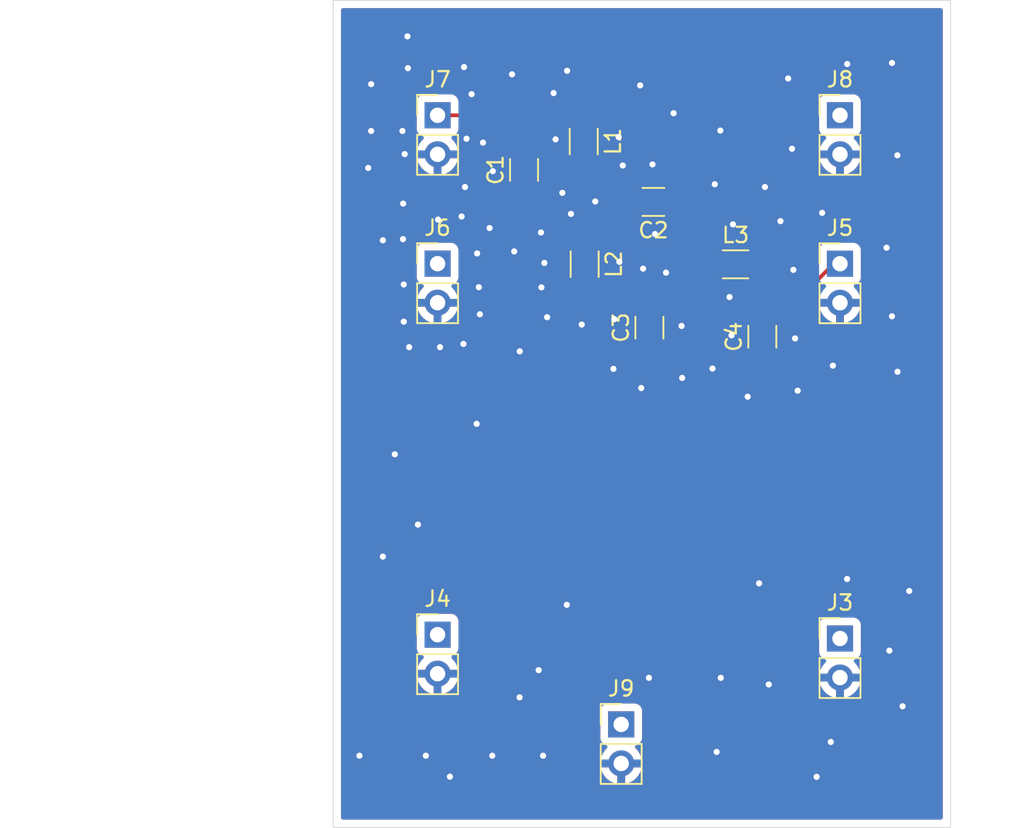
<source format=kicad_pcb>
(kicad_pcb (version 20211014) (generator pcbnew)
  (layers (0 "F.Cu" signal) (31 "B.Cu" signal) (34 "B.Paste" user) (35 "F.Paste" user) (36 "B.SilkS" user "B.Silkscreen") (37 "F.SilkS" user "F.Silkscreen") (38 "B.Mask" user) (39 "F.Mask" user) (44 "Edge.Cuts" user))
  (net 0 "")
  (net 1 "GND")
  (net 2 "bpf_ant")
  (net 3 "Net-(C2-Pad2)")
  (net 4 "bpf_lvds")
  (net 5 "Net-(C3-Pad2)")
  (footprint "Capacitor_SMD:C_1206_3216Metric" (layer "F.Cu") (at 100.36 95.68 90)
    (fp_text reference "C4" (at 0 -1.85 90) (layer "F.SilkS"))
    (fp_text value "C")
    (fp_line (start -0.711252 0.91) (end 0.711252 0.91) (layer "F.SilkS") (width 0.12))
    (fp_line (start -0.711252 -0.91) (end 0.711252 -0.91) (layer "F.SilkS") (width 0.12))
    (pad "1" smd roundrect (at -1.475 0 90) (size 1.15 1.8) (layers "F.Cu" "F.Paste" "F.Mask") (roundrect_rratio 0.2173913043) (net 1 "GND"))
    (pad "2" smd roundrect (at 1.475 0 90) (size 1.15 1.8) (layers "F.Cu" "F.Paste" "F.Mask") (roundrect_rratio 0.2173913043) (net 2 "bpf_ant"))
  )
  (footprint "Connector_PinHeader_2.54mm:PinHeader_1x02_P2.54mm_Vertical" (layer "F.Cu") (at 105.41 81.275)
    (fp_text reference "J8" (at 0 -2.33) (layer "F.SilkS"))
    (fp_text value "Connector_Generic_Conn_01x02")
    (fp_line (start -1.33 0) (end -1.33 -1.33) (layer "F.SilkS") (width 0.12))
    (fp_line (start -1.33 3.87) (end 1.33 3.87) (layer "F.SilkS") (width 0.12))
    (fp_line (start 1.33 1.27) (end 1.33 3.87) (layer "F.SilkS") (width 0.12))
    (fp_line (start -1.33 1.27) (end -1.33 3.87) (layer "F.SilkS") (width 0.12))
    (fp_line (start -1.33 -1.33) (end 0 -1.33) (layer "F.SilkS") (width 0.12))
    (fp_line (start -1.33 1.27) (end 1.33 1.27) (layer "F.SilkS") (width 0.12))
    (pad "1" thru_hole rect (at 0 0) (size 1.7 1.7) (drill 1) (layers *.Cu *.Mask))
    (pad "2" thru_hole oval (at 0 2.54) (size 1.7 1.7) (drill 1) (layers *.Cu *.Mask) (net 1 "GND"))
  )
  (footprint "Connector_PinHeader_2.54mm:PinHeader_1x02_P2.54mm_Vertical" (layer "F.Cu") (at 79.248 81.275)
    (fp_text reference "J7" (at 0 -2.33) (layer "F.SilkS"))
    (fp_text value "Connector_Generic_Conn_01x02")
    (fp_line (start -1.33 3.87) (end 1.33 3.87) (layer "F.SilkS") (width 0.12))
    (fp_line (start -1.33 1.27) (end 1.33 1.27) (layer "F.SilkS") (width 0.12))
    (fp_line (start -1.33 0) (end -1.33 -1.33) (layer "F.SilkS") (width 0.12))
    (fp_line (start -1.33 1.27) (end -1.33 3.87) (layer "F.SilkS") (width 0.12))
    (fp_line (start 1.33 1.27) (end 1.33 3.87) (layer "F.SilkS") (width 0.12))
    (fp_line (start -1.33 -1.33) (end 0 -1.33) (layer "F.SilkS") (width 0.12))
    (pad "1" thru_hole rect (at 0 0) (size 1.7 1.7) (drill 1) (layers *.Cu *.Mask) (net 4 "bpf_lvds"))
    (pad "2" thru_hole oval (at 0 2.54) (size 1.7 1.7) (drill 1) (layers *.Cu *.Mask) (net 1 "GND"))
  )
  (footprint "Inductor_SMD:L_1206_3216Metric" (layer "F.Cu") (at 88.81 90.96 -90)
    (fp_text reference "L2" (at 0 -1.9 90) (layer "F.SilkS"))
    (fp_text value "L")
    (fp_line (start -0.835242 -0.91) (end 0.835242 -0.91) (layer "F.SilkS") (width 0.12))
    (fp_line (start -0.835242 0.91) (end 0.835242 0.91) (layer "F.SilkS") (width 0.12))
    (pad "1" smd roundrect (at -1.575 0 270) (size 1.05 1.9) (layers "F.Cu" "F.Paste" "F.Mask") (roundrect_rratio 0.2380952381) (net 3 "Net-(C2-Pad2)"))
    (pad "2" smd roundrect (at 1.575 0 270) (size 1.05 1.9) (layers "F.Cu" "F.Paste" "F.Mask") (roundrect_rratio 0.2380952381) (net 5 "Net-(C3-Pad2)"))
  )
  (footprint "Connector_PinHeader_2.54mm:PinHeader_1x02_P2.54mm_Vertical" (layer "F.Cu") (at 105.41 115.311)
    (fp_text reference "J3" (at 0 -2.33) (layer "F.SilkS"))
    (fp_text value "Connector_Generic_Conn_01x02")
    (fp_line (start -1.33 3.87) (end 1.33 3.87) (layer "F.SilkS") (width 0.12))
    (fp_line (start 1.33 1.27) (end 1.33 3.87) (layer "F.SilkS") (width 0.12))
    (fp_line (start -1.33 -1.33) (end 0 -1.33) (layer "F.SilkS") (width 0.12))
    (fp_line (start -1.33 0) (end -1.33 -1.33) (layer "F.SilkS") (width 0.12))
    (fp_line (start -1.33 1.27) (end -1.33 3.87) (layer "F.SilkS") (width 0.12))
    (fp_line (start -1.33 1.27) (end 1.33 1.27) (layer "F.SilkS") (width 0.12))
    (pad "1" thru_hole rect (at 0 0) (size 1.7 1.7) (drill 1) (layers *.Cu *.Mask))
    (pad "2" thru_hole oval (at 0 2.54) (size 1.7 1.7) (drill 1) (layers *.Cu *.Mask) (net 1 "GND"))
  )
  (footprint "Connector_PinHeader_2.54mm:PinHeader_1x02_P2.54mm_Vertical" (layer "F.Cu") (at 79.248 115.062)
    (fp_text reference "J4" (at 0 -2.33) (layer "F.SilkS"))
    (fp_text value "Connector_Generic_Conn_01x02")
    (fp_line (start 1.33 1.27) (end 1.33 3.87) (layer "F.SilkS") (width 0.12))
    (fp_line (start -1.33 -1.33) (end 0 -1.33) (layer "F.SilkS") (width 0.12))
    (fp_line (start -1.33 1.27) (end 1.33 1.27) (layer "F.SilkS") (width 0.12))
    (fp_line (start -1.33 1.27) (end -1.33 3.87) (layer "F.SilkS") (width 0.12))
    (fp_line (start -1.33 0) (end -1.33 -1.33) (layer "F.SilkS") (width 0.12))
    (fp_line (start -1.33 3.87) (end 1.33 3.87) (layer "F.SilkS") (width 0.12))
    (pad "1" thru_hole rect (at 0 0) (size 1.7 1.7) (drill 1) (layers *.Cu *.Mask))
    (pad "2" thru_hole oval (at 0 2.54) (size 1.7 1.7) (drill 1) (layers *.Cu *.Mask) (net 1 "GND"))
  )
  (footprint "Connector_PinHeader_2.54mm:PinHeader_1x02_P2.54mm_Vertical" (layer "F.Cu") (at 105.41 90.932)
    (fp_text reference "J5" (at 0 -2.33) (layer "F.SilkS"))
    (fp_text value "Connector_Generic_Conn_01x02")
    (fp_line (start -1.33 -1.33) (end 0 -1.33) (layer "F.SilkS") (width 0.12))
    (fp_line (start -1.33 3.87) (end 1.33 3.87) (layer "F.SilkS") (width 0.12))
    (fp_line (start 1.33 1.27) (end 1.33 3.87) (layer "F.SilkS") (width 0.12))
    (fp_line (start -1.33 1.27) (end -1.33 3.87) (layer "F.SilkS") (width 0.12))
    (fp_line (start -1.33 1.27) (end 1.33 1.27) (layer "F.SilkS") (width 0.12))
    (fp_line (start -1.33 0) (end -1.33 -1.33) (layer "F.SilkS") (width 0.12))
    (pad "1" thru_hole rect (at 0 0) (size 1.7 1.7) (drill 1) (layers *.Cu *.Mask) (net 2 "bpf_ant"))
    (pad "2" thru_hole oval (at 0 2.54) (size 1.7 1.7) (drill 1) (layers *.Cu *.Mask) (net 1 "GND"))
  )
  (footprint "Connector_PinHeader_2.54mm:PinHeader_1x02_P2.54mm_Vertical" (layer "F.Cu") (at 79.248 90.927)
    (fp_text reference "J6" (at 0 -2.33) (layer "F.SilkS"))
    (fp_text value "Connector_Generic_Conn_01x02")
    (fp_line (start 1.33 1.27) (end 1.33 3.87) (layer "F.SilkS") (width 0.12))
    (fp_line (start -1.33 -1.33) (end 0 -1.33) (layer "F.SilkS") (width 0.12))
    (fp_line (start -1.33 1.27) (end 1.33 1.27) (layer "F.SilkS") (width 0.12))
    (fp_line (start -1.33 3.87) (end 1.33 3.87) (layer "F.SilkS") (width 0.12))
    (fp_line (start -1.33 0) (end -1.33 -1.33) (layer "F.SilkS") (width 0.12))
    (fp_line (start -1.33 1.27) (end -1.33 3.87) (layer "F.SilkS") (width 0.12))
    (pad "1" thru_hole rect (at 0 0) (size 1.7 1.7) (drill 1) (layers *.Cu *.Mask))
    (pad "2" thru_hole oval (at 0 2.54) (size 1.7 1.7) (drill 1) (layers *.Cu *.Mask) (net 1 "GND"))
  )
  (footprint "Inductor_SMD:L_1206_3216Metric" (layer "F.Cu") (at 98.62 90.97)
    (fp_text reference "L3" (at 0 -1.9) (layer "F.SilkS"))
    (fp_text value "L")
    (fp_line (start -0.835242 -0.91) (end 0.835242 -0.91) (layer "F.SilkS") (width 0.12))
    (fp_line (start -0.835242 0.91) (end 0.835242 0.91) (layer "F.SilkS") (width 0.12))
    (pad "1" smd roundrect (at -1.575 0) (size 1.05 1.9) (layers "F.Cu" "F.Paste" "F.Mask") (roundrect_rratio 0.2380952381) (net 5 "Net-(C3-Pad2)"))
    (pad "2" smd roundrect (at 1.575 0) (size 1.05 1.9) (layers "F.Cu" "F.Paste" "F.Mask") (roundrect_rratio 0.2380952381) (net 2 "bpf_ant"))
  )
  (footprint "Connector_PinHeader_2.54mm:PinHeader_1x02_P2.54mm_Vertical" (layer "F.Cu") (at 91.186 120.899)
    (fp_text reference "J9" (at 0 -2.33) (layer "F.SilkS"))
    (fp_text value "Connector_Generic_Conn_01x02")
    (fp_line (start -1.33 0) (end -1.33 -1.33) (layer "F.SilkS") (width 0.12))
    (fp_line (start -1.33 1.27) (end -1.33 3.87) (layer "F.SilkS") (width 0.12))
    (fp_line (start -1.33 1.27) (end 1.33 1.27) (layer "F.SilkS") (width 0.12))
    (fp_line (start -1.33 3.87) (end 1.33 3.87) (layer "F.SilkS") (width 0.12))
    (fp_line (start 1.33 1.27) (end 1.33 3.87) (layer "F.SilkS") (width 0.12))
    (fp_line (start -1.33 -1.33) (end 0 -1.33) (layer "F.SilkS") (width 0.12))
    (pad "1" thru_hole rect (at 0 0) (size 1.7 1.7) (drill 1) (layers *.Cu *.Mask))
    (pad "2" thru_hole oval (at 0 2.54) (size 1.7 1.7) (drill 1) (layers *.Cu *.Mask) (net 1 "GND"))
  )
  (footprint "Capacitor_SMD:C_1206_3216Metric" (layer "F.Cu") (at 84.87 84.83 90)
    (fp_text reference "C1" (at 0 -1.85 90) (layer "F.SilkS"))
    (fp_text value "C")
    (fp_line (start -0.711252 -0.91) (end 0.711252 -0.91) (layer "F.SilkS") (width 0.12))
    (fp_line (start -0.711252 0.91) (end 0.711252 0.91) (layer "F.SilkS") (width 0.12))
    (pad "1" smd roundrect (at -1.475 0 90) (size 1.15 1.8) (layers "F.Cu" "F.Paste" "F.Mask") (roundrect_rratio 0.2173913043) (net 1 "GND"))
    (pad "2" smd roundrect (at 1.475 0 90) (size 1.15 1.8) (layers "F.Cu" "F.Paste" "F.Mask") (roundrect_rratio 0.2173913043) (net 4 "bpf_lvds"))
  )
  (footprint "Inductor_SMD:L_1206_3216Metric" (layer "F.Cu") (at 88.75 82.98 -90)
    (fp_text reference "L1" (at 0 -1.9 90) (layer "F.SilkS"))
    (fp_text value "L")
    (fp_line (start -0.835242 0.91) (end 0.835242 0.91) (layer "F.SilkS") (width 0.12))
    (fp_line (start -0.835242 -0.91) (end 0.835242 -0.91) (layer "F.SilkS") (width 0.12))
    (pad "1" smd roundrect (at -1.575 0 270) (size 1.05 1.9) (layers "F.Cu" "F.Paste" "F.Mask") (roundrect_rratio 0.2380952381) (net 4 "bpf_lvds"))
    (pad "2" smd roundrect (at 1.575 0 270) (size 1.05 1.9) (layers "F.Cu" "F.Paste" "F.Mask") (roundrect_rratio 0.2380952381) (net 3 "Net-(C2-Pad2)"))
  )
  (footprint "Capacitor_SMD:C_1206_3216Metric" (layer "F.Cu") (at 93.28 86.91 180)
    (fp_text reference "C2" (at 0 -1.85) (layer "F.SilkS"))
    (fp_text value "C")
    (fp_line (start -0.711252 -0.91) (end 0.711252 -0.91) (layer "F.SilkS") (width 0.12))
    (fp_line (start -0.711252 0.91) (end 0.711252 0.91) (layer "F.SilkS") (width 0.12))
    (pad "1" smd roundrect (at -1.475 0 180) (size 1.15 1.8) (layers "F.Cu" "F.Paste" "F.Mask") (roundrect_rratio 0.2173913043) (net 1 "GND"))
    (pad "2" smd roundrect (at 1.475 0 180) (size 1.15 1.8) (layers "F.Cu" "F.Paste" "F.Mask") (roundrect_rratio 0.2173913043) (net 3 "Net-(C2-Pad2)"))
  )
  (footprint "Capacitor_SMD:C_1206_3216Metric" (layer "F.Cu") (at 93.02 95.09 90)
    (fp_text reference "C3" (at 0 -1.85 90) (layer "F.SilkS"))
    (fp_text value "C")
    (fp_line (start -0.711252 0.91) (end 0.711252 0.91) (layer "F.SilkS") (width 0.12))
    (fp_line (start -0.711252 -0.91) (end 0.711252 -0.91) (layer "F.SilkS") (width 0.12))
    (pad "1" smd roundrect (at -1.475 0 90) (size 1.15 1.8) (layers "F.Cu" "F.Paste" "F.Mask") (roundrect_rratio 0.2173913043) (net 1 "GND"))
    (pad "2" smd roundrect (at 1.475 0 90) (size 1.15 1.8) (layers "F.Cu" "F.Paste" "F.Mask") (roundrect_rratio 0.2173913043) (net 5 "Net-(C3-Pad2)"))
  )
  (gr_rect (start 72.46 73.8) (end 112.6 127.6) (layer "Edge.Cuts") (width 0.05) (fill none))
  (via (at 86.37 94.41) (size 0.8) (drill 0.4) (layers "F.Cu" "B.Cu") (net 1))
  (via (at 102.66 99.19) (size 0.8) (drill 0.4) (layers "F.Cu" "B.Cu") (net 1))
  (via (at 108.79 77.87) (size 0.8) (drill 0.4) (layers "F.Cu" "B.Cu") (net 1))
  (via (at 109.91 112.22) (size 0.8) (drill 0.4) (layers "F.Cu" "B.Cu") (net 1))
  (via (at 84.59 96.63) (size 0.8) (drill 0.4) (layers "F.Cu" "B.Cu") (net 1))
  (via (at 85.82 117.37) (size 0.8) (drill 0.4) (layers "F.Cu" "B.Cu") (net 1))
  (via (at 109.48 119.72) (size 0.8) (drill 0.4) (layers "F.Cu" "B.Cu") (net 1))
  (via (at 88.62 94.89) (size 0.8) (drill 0.4) (layers "F.Cu" "B.Cu") (net 1))
  (via (at 77.4 96.36) (size 0.8) (drill 0.4) (layers "F.Cu" "B.Cu") (net 1))
  (via (at 91.07 90.81) (size 0.8) (drill 0.4) (layers "F.Cu" "B.Cu") (net 1))
  (via (at 94.1 91.51) (size 0.8) (drill 0.4) (layers "F.Cu" "B.Cu") (net 1))
  (via (at 100.53 85.94) (size 0.8) (drill 0.4) (layers "F.Cu" "B.Cu") (net 1))
  (via (at 97.12 97.75) (size 0.8) (drill 0.4) (layers "F.Cu" "B.Cu") (net 1))
  (via (at 97.39 122.69) (size 0.8) (drill 0.4) (layers "F.Cu" "B.Cu") (net 1))
  (via (at 100.15 111.72) (size 0.8) (drill 0.4) (layers "F.Cu" "B.Cu") (net 1))
  (via (at 77.11 83.8) (size 0.8) (drill 0.4) (layers "F.Cu" "B.Cu") (net 1))
  (via (at 102.29 83.45) (size 0.8) (drill 0.4) (layers "F.Cu" "B.Cu") (net 1))
  (via (at 91.02 82.69) (size 0.8) (drill 0.4) (layers "F.Cu" "B.Cu") (net 1))
  (via (at 105.88 77.94) (size 0.8) (drill 0.4) (layers "F.Cu" "B.Cu") (net 1))
  (via (at 81.82 90.26) (size 0.8) (drill 0.4) (layers "F.Cu" "B.Cu") (net 1))
  (via (at 98.45 88.37) (size 0.8) (drill 0.4) (layers "F.Cu" "B.Cu") (net 1))
  (via (at 80.05 124.3) (size 0.8) (drill 0.4) (layers "F.Cu" "B.Cu") (net 1))
  (via (at 92.42 79.33) (size 0.8) (drill 0.4) (layers "F.Cu" "B.Cu") (net 1))
  (via (at 108.62 116.1) (size 0.8) (drill 0.4) (layers "F.Cu" "B.Cu") (net 1))
  (via (at 109.15 97.96) (size 0.8) (drill 0.4) (layers "F.Cu" "B.Cu") (net 1))
  (via (at 102.49 95.79) (size 0.8) (drill 0.4) (layers "F.Cu" "B.Cu") (net 1))
  (via (at 81.03 85.94) (size 0.8) (drill 0.4) (layers "F.Cu" "B.Cu") (net 1))
  (via (at 80.93 96.15) (size 0.8) (drill 0.4) (layers "F.Cu" "B.Cu") (net 1))
  (via (at 109.14 83.88) (size 0.8) (drill 0.4) (layers "F.Cu" "B.Cu") (net 1))
  (via (at 77.29 76.14) (size 0.8) (drill 0.4) (layers "F.Cu" "B.Cu") (net 1))
  (via (at 87.36 86.32) (size 0.8) (drill 0.4) (layers "F.Cu" "B.Cu") (net 1))
  (via (at 102.04 78.88) (size 0.8) (drill 0.4) (layers "F.Cu" "B.Cu") (net 1))
  (via (at 84.58 119.14) (size 0.8) (drill 0.4) (layers "F.Cu" "B.Cu") (net 1))
  (via (at 82.2 83.05) (size 0.8) (drill 0.4) (layers "F.Cu" "B.Cu") (net 1))
  (via (at 100.78 118.3) (size 0.8) (drill 0.4) (layers "F.Cu" "B.Cu") (net 1))
  (via (at 93.22 84.47) (size 0.8) (drill 0.4) (layers "F.Cu" "B.Cu") (net 1))
  (via (at 102.38 91.33) (size 0.8) (drill 0.4) (layers "F.Cu" "B.Cu") (net 1))
  (via (at 95.11 94.98) (size 0.8) (drill 0.4) (layers "F.Cu" "B.Cu") (net 1))
  (via (at 77.32 78.21) (size 0.8) (drill 0.4) (layers "F.Cu" "B.Cu") (net 1))
  (via (at 81.13 82.8) (size 0.8) (drill 0.4) (layers "F.Cu" "B.Cu") (net 1))
  (via (at 81.788 101.346) (size 0.8) (drill 0.4) (layers "F.Cu" "B.Cu") (net 1))
  (via (at 89.5 86.88) (size 0.8) (drill 0.4) (layers "F.Cu" "B.Cu") (net 1))
  (via (at 76.962 82.296) (size 0.8) (drill 0.4) (layers "F.Cu" "B.Cu") (net 1))
  (via (at 108.44 89.89) (size 0.8) (drill 0.4) (layers "F.Cu" "B.Cu") (net 1))
  (via (at 90.74 94.54) (size 0.8) (drill 0.4) (layers "F.Cu" "B.Cu") (net 1))
  (via (at 92.61 91.25) (size 0.8) (drill 0.4) (layers "F.Cu" "B.Cu") (net 1))
  (via (at 75.692 109.982) (size 0.8) (drill 0.4) (layers "F.Cu" "B.Cu") (net 1))
  (via (at 77.01 87.02) (size 0.8) (drill 0.4) (layers "F.Cu" "B.Cu") (net 1))
  (via (at 90.68 97.77) (size 0.8) (drill 0.4) (layers "F.Cu" "B.Cu") (net 1))
  (via (at 92.99 117.87) (size 0.8) (drill 0.4) (layers "F.Cu" "B.Cu") (net 1))
  (via (at 79.41 96.36) (size 0.8) (drill 0.4) (layers "F.Cu" "B.Cu") (net 1))
  (via (at 80.81 87.86) (size 0.8) (drill 0.4) (layers "F.Cu" "B.Cu") (net 1))
  (via (at 84.09 78.61) (size 0.8) (drill 0.4) (layers "F.Cu" "B.Cu") (net 1))
  (via (at 77.05 92.28) (size 0.8) (drill 0.4) (layers "F.Cu" "B.Cu") (net 1))
  (via (at 104.95 97.56) (size 0.8) (drill 0.4) (layers "F.Cu" "B.Cu") (net 1))
  (via (at 104.81 122.04) (size 0.8) (drill 0.4) (layers "F.Cu" "B.Cu") (net 1))
  (via (at 78.486 122.936) (size 0.8) (drill 0.4) (layers "F.Cu" "B.Cu") (net 1))
  (via (at 108.79 94.35) (size 0.8) (drill 0.4) (layers "F.Cu" "B.Cu") (net 1))
  (via (at 85.97 88.9) (size 0.8) (drill 0.4) (layers "F.Cu" "B.Cu") (net 1))
  (via (at 103.89 124.31) (size 0.8) (drill 0.4) (layers "F.Cu" "B.Cu") (net 1))
  (via (at 74.74 84.7) (size 0.8) (drill 0.4) (layers "F.Cu" "B.Cu") (net 1))
  (via (at 87.67 78.38) (size 0.8) (drill 0.4) (layers "F.Cu" "B.Cu") (net 1))
  (via (at 95.15 98.36) (size 0.8) (drill 0.4) (layers "F.Cu" "B.Cu") (net 1))
  (via (at 82.84 84.91) (size 0.8) (drill 0.4) (layers "F.Cu" "B.Cu") (net 1))
  (via (at 98.23 93.1) (size 0.8) (drill 0.4) (layers "F.Cu" "B.Cu") (net 1))
  (via (at 101.54 88.16) (size 0.8) (drill 0.4) (layers "F.Cu" "B.Cu") (net 1))
  (via (at 99.41 99.58) (size 0.8) (drill 0.4) (layers "F.Cu" "B.Cu") (net 1))
  (via (at 86.79 79.83) (size 0.8) (drill 0.4) (layers "F.Cu" "B.Cu") (net 1))
  (via (at 80.97 78.14) (size 0.8) (drill 0.4) (layers "F.Cu" "B.Cu") (net 1))
  (via (at 91.29 84.54) (size 0.8) (drill 0.4) (layers "F.Cu" "B.Cu") (net 1))
  (via (at 74.93 82.296) (size 0.8) (drill 0.4) (layers "F.Cu" "B.Cu") (net 1))
  (via (at 87.65 113.12) (size 0.8) (drill 0.4) (layers "F.Cu" "B.Cu") (net 1))
  (via (at 75.692 89.408) (size 0.8) (drill 0.4) (layers "F.Cu" "B.Cu") (net 1))
  (via (at 86 92.47) (size 0.8) (drill 0.4) (layers "F.Cu" "B.Cu") (net 1))
  (via (at 104.25 87.62) (size 0.8) (drill 0.4) (layers "F.Cu" "B.Cu") (net 1))
  (via (at 86.19 90.88) (size 0.8) (drill 0.4) (layers "F.Cu" "B.Cu") (net 1))
  (via (at 77.05 94.7) (size 0.8) (drill 0.4) (layers "F.Cu" "B.Cu") (net 1))
  (via (at 74.93 79.248) (size 0.8) (drill 0.4) (layers "F.Cu" "B.Cu") (net 1))
  (via (at 105.87 111.44) (size 0.8) (drill 0.4) (layers "F.Cu" "B.Cu") (net 1))
  (via (at 86.92 82.84) (size 0.8) (drill 0.4) (layers "F.Cu" "B.Cu") (net 1))
  (via (at 87.92 87.69) (size 0.8) (drill 0.4) (layers "F.Cu" "B.Cu") (net 1))
  (via (at 97.27 85.76) (size 0.8) (drill 0.4) (layers "F.Cu" "B.Cu") (net 1))
  (via (at 76.47 103.33) (size 0.8) (drill 0.4) (layers "F.Cu" "B.Cu") (net 1))
  (via (at 92.49 99.02) (size 0.8) (drill 0.4) (layers "F.Cu" "B.Cu") (net 1))
  (via (at 81.46 79.9) (size 0.8) (drill 0.4) (layers "F.Cu" "B.Cu") (net 1))
  (via (at 77 89.33) (size 0.8) (drill 0.4) (layers "F.Cu" "B.Cu") (net 1))
  (via (at 93.39 89) (size 0.8) (drill 0.4) (layers "F.Cu" "B.Cu") (net 1))
  (via (at 94.59 81.14) (size 0.8) (drill 0.4) (layers "F.Cu" "B.Cu") (net 1))
  (via (at 82 94.22) (size 0.8) (drill 0.4) (layers "F.Cu" "B.Cu") (net 1))
  (via (at 81.93 92.46) (size 0.8) (drill 0.4) (layers "F.Cu" "B.Cu") (net 1))
  (via (at 86.106 122.936) (size 0.8) (drill 0.4) (layers "F.Cu" "B.Cu") (net 1))
  (via (at 77.97 107.9) (size 0.8) (drill 0.4) (layers "F.Cu" "B.Cu") (net 1))
  (via (at 98.36 95.59) (size 0.8) (drill 0.4) (layers "F.Cu" "B.Cu") (net 1))
  (via (at 74.168 122.936) (size 0.8) (drill 0.4) (layers "F.Cu" "B.Cu") (net 1))
  (via (at 84.23 90.13) (size 0.8) (drill 0.4) (layers "F.Cu" "B.Cu") (net 1))
  (via (at 82.63 88.61) (size 0.8) (drill 0.4) (layers "F.Cu" "B.Cu") (net 1))
  (via (at 97.63 82.27) (size 0.8) (drill 0.4) (layers "F.Cu" "B.Cu") (net 1))
  (via (at 82.804 122.936) (size 0.8) (drill 0.4) (layers "F.Cu" "B.Cu") (net 1))
  (via (at 79.28 88.06) (size 0.8) (drill 0.4) (layers "F.Cu" "B.Cu") (net 1))
  (via (at 97.66 117.87) (size 0.8) (drill 0.4) (layers "F.Cu" "B.Cu") (net 1))
  (segment (start 100.83 94.16) (end 101.78 94.16) (width 0.25) (layer "F.Cu") (net 2))
  (segment (start 100.195 90.97) (end 100.195 93.525) (width 0.25) (layer "F.Cu") (net 2))
  (segment (start 101.78 94.16) (end 104.94 91) (width 0.25) (layer "F.Cu") (net 2))
  (segment (start 100.195 93.525) (end 100.83 94.16) (width 0.25) (layer "F.Cu") (net 2))
  (segment (start 91.66 86.96) (end 89.25 89.37) (width 0.25) (layer "F.Cu") (net 3))
  (segment (start 89.25 89.37) (end 89.06 89.37) (width 0.25) (layer "F.Cu") (net 3))
  (segment (start 88.75 84.555) (end 89.255 84.555) (width 0.25) (layer "F.Cu") (net 3))
  (segment (start 89.255 84.555) (end 91.66 86.96) (width 0.25) (layer "F.Cu") (net 3))
  (segment (start 84.87 83.355) (end 84.87 81.5) (width 0.25) (layer "F.Cu") (net 4))
  (segment (start 79.248 81.275) (end 89.055 81.275) (width 0.25) (layer "F.Cu") (net 4))
  (segment (start 92.98 93.67) (end 94.2 93.67) (width 0.25) (layer "F.Cu") (net 5))
  (segment (start 94.2 93.67) (end 96.87 91) (width 0.25) (layer "F.Cu") (net 5))
  (segment (start 91.845 92.535) (end 92.98 93.67) (width 0.25) (layer "F.Cu") (net 5))
  (segment (start 88.81 92.535) (end 91.845 92.535) (width 0.25) (layer "F.Cu") (net 5))
  (zone (net 1) (net_name "GND") (layer "F.Cu") (connect_pads (clearance 0.508)) (min_thickness 0.254) (fill yes (thermal_gap 0.508) (thermal_bridge_width 0.508))
    (polygon (pts (xy 112.522 127.508) (xy 50.8 127.508) (xy 50.8 73.914) (xy 112.522 73.914)))
  )
  (zone (net 1) (net_name "GND") (layer "B.Cu") (connect_pads (clearance 0.508)) (min_thickness 0.254) (fill yes (thermal_gap 0.508) (thermal_bridge_width 0.508))
    (polygon (pts (xy 112.522 127.508) (xy 50.8 127.508) (xy 50.8 73.914) (xy 112.522 73.914)))
  )
)
</source>
